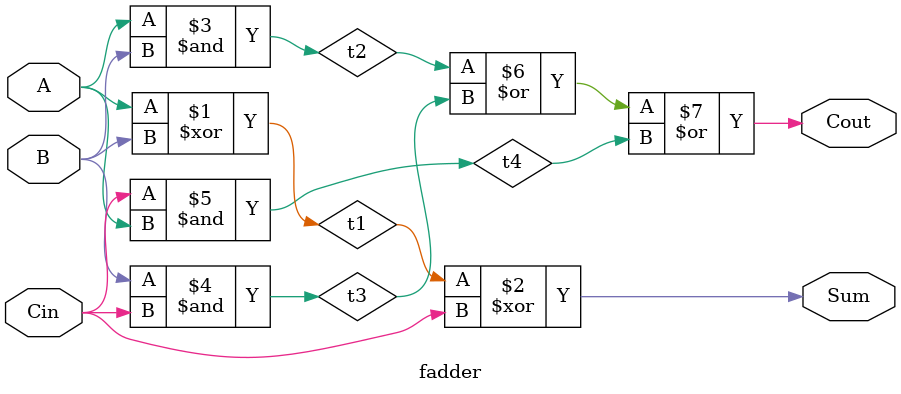
<source format=v>
module fadder (A, B, Cin, Sum, Cout);
    input A, B;
    input Cin;
    output Sum;
    output Cout;
    wire t1,t2,t3,t4;
  xor x1(t1,A,B);
  xor x2(Sum,t1,Cin);
  and g1(t2,A,B);
  and g2(t3,B,Cin);
  and g3(t4,Cin,A);
  or  g4(Cout,t2,t3,t4);  
endmodule

</source>
